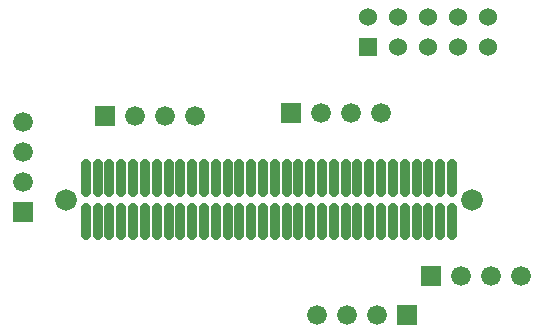
<source format=gbr>
G04 start of page 6 for group -4062 idx -4062
G04 Title: TX Daughterboard, soldermask *
G04 Creator: pcb 20070208 *
G04 CreationDate: Sat Jan 19 00:46:11 2008 UTC *
G04 For: matt *
G04 Format: Gerber/RS-274X *
G04 PCB-Dimensions: 275000 250000 *
G04 PCB-Coordinate-Origin: lower left *
%MOIN*%
%FSLAX24Y24*%
%LNBACKMASK*%
%ADD13R,0.0600X0.0600*%
%ADD14C,0.0600*%
%ADD25R,0.0660X0.0660*%
%ADD26C,0.0660*%
%ADD27C,0.0720*%
%ADD29C,0.0340*%
G54D25*X21000Y7750D03*
G54D26*X22000D03*
X23000D03*
X24000D03*
G54D27*X22373Y10300D03*
G54D25*X20200Y6450D03*
G54D26*X19200D03*
X18200D03*
X17200D03*
G54D27*X8830Y10300D03*
G54D25*X7400Y9900D03*
G54D26*Y10900D03*
Y11900D03*
Y12900D03*
G54D25*X10150Y13100D03*
G54D26*X11150D03*
G54D25*X16350Y13200D03*
G54D26*X17350D03*
X18350D03*
X12150Y13100D03*
X13150D03*
G54D14*X18900Y16400D03*
X19900Y15400D03*
Y16400D03*
X20900D03*
X21900D03*
X22900D03*
X20900Y15400D03*
X21900D03*
X22900D03*
G54D13*X18900D03*
G54D26*X19350Y13200D03*
G54D29*X9499Y10028D02*Y9118D01*
X10286Y10028D02*Y9118D01*
X9893Y10028D02*Y9118D01*
X10680Y10028D02*Y9118D01*
X9499Y11481D02*Y10571D01*
X11074Y10028D02*Y9118D01*
X10286Y11481D02*Y10571D01*
X10680Y11481D02*Y10571D01*
X11074Y11481D02*Y10571D01*
X9893Y11481D02*Y10571D01*
X11467Y10028D02*Y9118D01*
X11861Y10028D02*Y9118D01*
X12255Y10028D02*Y9118D01*
X12648Y10028D02*Y9118D01*
X13042Y10028D02*Y9118D01*
X13436Y10028D02*Y9118D01*
X11467Y11481D02*Y10571D01*
X11861Y11481D02*Y10571D01*
X12255Y11481D02*Y10571D01*
X12648Y11481D02*Y10571D01*
X13042Y11481D02*Y10571D01*
X13436Y11481D02*Y10571D01*
X13830Y11481D02*Y10571D01*
Y10028D02*Y9118D01*
X14223Y10028D02*Y9118D01*
X14617Y10028D02*Y9118D01*
X15011Y10028D02*Y9118D01*
X15404Y10028D02*Y9118D01*
X21704Y11481D02*Y10571D01*
Y10028D02*Y9118D01*
X14223Y11481D02*Y10571D01*
X14617Y11481D02*Y10571D01*
X15011Y11481D02*Y10571D01*
X15404Y11481D02*Y10571D01*
X15798Y11481D02*Y10571D01*
X16192Y11481D02*Y10571D01*
X16585Y11481D02*Y10571D01*
X16979Y11481D02*Y10571D01*
X17373Y11481D02*Y10571D01*
X17767Y11481D02*Y10571D01*
X18160Y11481D02*Y10571D01*
X18554Y11481D02*Y10571D01*
X18948Y11481D02*Y10571D01*
X19341Y11481D02*Y10571D01*
X19735Y11481D02*Y10571D01*
X20129Y11481D02*Y10571D01*
X20522Y11481D02*Y10571D01*
X20916Y11481D02*Y10571D01*
X21310Y11481D02*Y10571D01*
X15798Y10028D02*Y9118D01*
X16192Y10028D02*Y9118D01*
X16585Y10028D02*Y9118D01*
X16979Y10028D02*Y9118D01*
X17373Y10028D02*Y9118D01*
X17767Y10028D02*Y9118D01*
X18160Y10028D02*Y9118D01*
X18554Y10028D02*Y9118D01*
X18948Y10028D02*Y9118D01*
X19341Y10028D02*Y9118D01*
X19735Y10028D02*Y9118D01*
X20129Y10028D02*Y9118D01*
X20522Y10028D02*Y9118D01*
X20916Y10028D02*Y9118D01*
X21310Y10028D02*Y9118D01*
M02*

</source>
